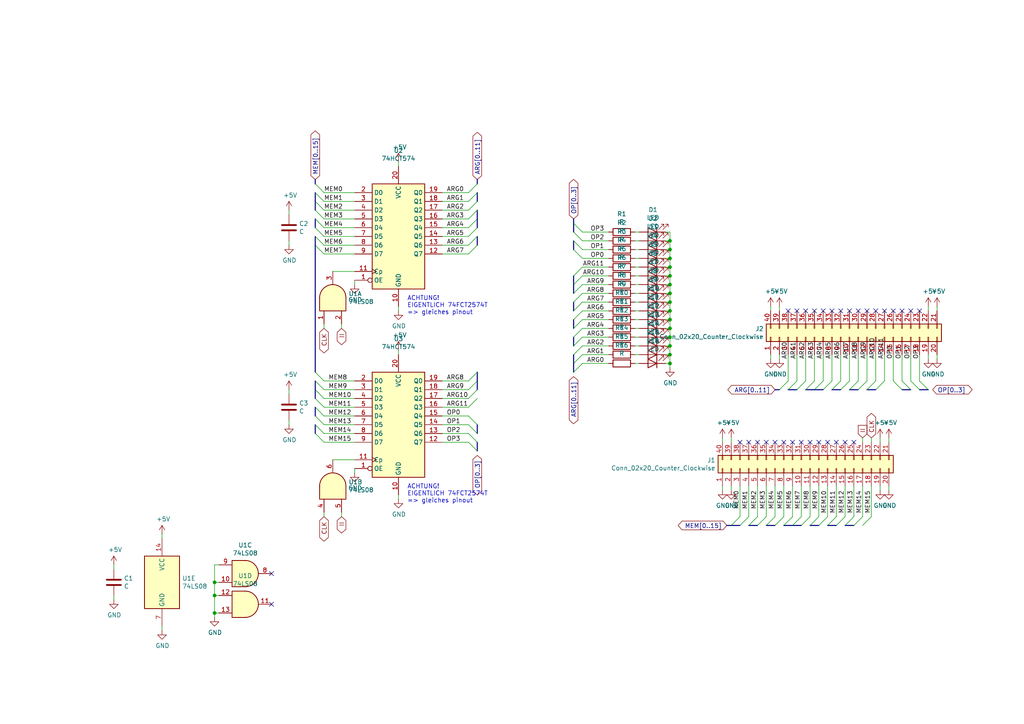
<source format=kicad_sch>
(kicad_sch (version 20200618) (host eeschema "(5.99.0-2101-geb1ff80d5)")
  (page 1 1)
  (paper "A4")
  (title_block (title "Instruction Register Module") (rev "1.0") (company "Wilhelm-Maybach-Schule Heilbronn") (comment 1 "Kevin da Silva Fernandes"))
  (lib_symbols
    (symbol "74xx:74HCT574"
      (property "Reference" "U" (at -7.62 16.51 0))
      (property "Value" "74HCT574" (at -7.62 -16.51 0))
      (symbol "74HCT574_1_0"
        (pin input inverted (at -12.7 -12.7 0) (length 5.08) (name "OE") (number "1"))
        (pin power_in line (at 0 -20.32 90) (length 5.08) (name "GND") (number "10"))
        (pin input clock (at -12.7 -10.16 0) (length 5.08) (name "Cp") (number "11"))
        (pin tri_state line (at 12.7 -5.08 180) (length 5.08) (name "Q7") (number "12"))
        (pin tri_state line (at 12.7 -2.54 180) (length 5.08) (name "Q6") (number "13"))
        (pin tri_state line (at 12.7 0 180) (length 5.08) (name "Q5") (number "14"))
        (pin tri_state line (at 12.7 2.54 180) (length 5.08) (name "Q4") (number "15"))
        (pin tri_state line (at 12.7 5.08 180) (length 5.08) (name "Q3") (number "16"))
        (pin tri_state line (at 12.7 7.62 180) (length 5.08) (name "Q2") (number "17"))
        (pin tri_state line (at 12.7 10.16 180) (length 5.08) (name "Q1") (number "18"))
        (pin tri_state line (at 12.7 12.7 180) (length 5.08) (name "Q0") (number "19"))
        (pin input line (at -12.7 12.7 0) (length 5.08) (name "D0") (number "2"))
        (pin power_in line (at 0 20.32 270) (length 5.08) (name "VCC") (number "20"))
        (pin input line (at -12.7 10.16 0) (length 5.08) (name "D1") (number "3"))
        (pin input line (at -12.7 7.62 0) (length 5.08) (name "D2") (number "4"))
        (pin input line (at -12.7 5.08 0) (length 5.08) (name "D3") (number "5"))
        (pin input line (at -12.7 2.54 0) (length 5.08) (name "D4") (number "6"))
        (pin input line (at -12.7 0 0) (length 5.08) (name "D5") (number "7"))
        (pin input line (at -12.7 -2.54 0) (length 5.08) (name "D6") (number "8"))
        (pin input line (at -12.7 -5.08 0) (length 5.08) (name "D7") (number "9"))
      )
    )
    (symbol "74xx:74LS08"
      (property "Reference" "U" (at 0 1.27 0))
      (property "Value" "74LS08" (at 0 -1.27 0))
      (symbol "74LS08_1_1"
        (pin input line (at -7.62 2.54 0) (length 3.81) (name "~") (number "1"))
        (pin input line (at -7.62 -2.54 0) (length 3.81) (name "~") (number "2"))
        (pin output line (at 7.62 0 180) (length 3.81) (name "~") (number "3"))
      )
      (symbol "74LS08_2_1"
        (pin input line (at -7.62 2.54 0) (length 3.81) (name "~") (number "4"))
        (pin input line (at -7.62 -2.54 0) (length 3.81) (name "~") (number "5"))
        (pin output line (at 7.62 0 180) (length 3.81) (name "~") (number "6"))
      )
      (symbol "74LS08_3_1"
        (pin input line (at -7.62 -2.54 0) (length 3.81) (name "~") (number "10"))
        (pin output line (at 7.62 0 180) (length 3.81) (name "~") (number "8"))
        (pin input line (at -7.62 2.54 0) (length 3.81) (name "~") (number "9"))
      )
      (symbol "74LS08_4_1"
        (pin output line (at 7.62 0 180) (length 3.81) (name "~") (number "11"))
        (pin input line (at -7.62 2.54 0) (length 3.81) (name "~") (number "12"))
        (pin input line (at -7.62 -2.54 0) (length 3.81) (name "~") (number "13"))
      )
      (symbol "74LS08_1_2"
        (pin input inverted (at -7.62 2.54 0) (length 4.318) (name "~") (number "1"))
        (pin input inverted (at -7.62 -2.54 0) (length 4.318) (name "~") (number "2"))
        (pin output inverted (at 7.62 0 180) (length 3.81) (name "~") (number "3"))
      )
      (symbol "74LS08_2_2"
        (pin input inverted (at -7.62 2.54 0) (length 4.318) (name "~") (number "4"))
        (pin input inverted (at -7.62 -2.54 0) (length 4.318) (name "~") (number "5"))
        (pin output inverted (at 7.62 0 180) (length 3.81) (name "~") (number "6"))
      )
      (symbol "74LS08_3_2"
        (pin input inverted (at -7.62 -2.54 0) (length 4.318) (name "~") (number "10"))
        (pin output inverted (at 7.62 0 180) (length 3.81) (name "~") (number "8"))
        (pin input inverted (at -7.62 2.54 0) (length 4.318) (name "~") (number "9"))
      )
      (symbol "74LS08_4_2"
        (pin output inverted (at 7.62 0 180) (length 3.81) (name "~") (number "11"))
        (pin input inverted (at -7.62 2.54 0) (length 4.318) (name "~") (number "12"))
        (pin input inverted (at -7.62 -2.54 0) (length 4.318) (name "~") (number "13"))
      )
      (symbol "74LS08_5_0"
        (pin power_in line (at 0 12.7 270) (length 5.08) (name "VCC") (number "14"))
        (pin power_in line (at 0 -12.7 90) (length 5.08) (name "GND") (number "7"))
      )
    )
    (symbol "Connector_Generic:Conn_02x20_Counter_Clockwise" (pin_names hide)
      (property "Reference" "J" (at 1.27 25.4 0))
      (property "Value" "Conn_02x20_Counter_Clockwise" (at 1.27 -27.94 0))
      (symbol "Conn_02x20_Counter_Clockwise_1_1"
        (pin passive line (at -5.08 22.86 0) (length 3.81) (name "Pin_1") (number "1"))
        (pin passive line (at -5.08 0 0) (length 3.81) (name "Pin_10") (number "10"))
        (pin passive line (at -5.08 -2.54 0) (length 3.81) (name "Pin_11") (number "11"))
        (pin passive line (at -5.08 -5.08 0) (length 3.81) (name "Pin_12") (number "12"))
        (pin passive line (at -5.08 -7.62 0) (length 3.81) (name "Pin_13") (number "13"))
        (pin passive line (at -5.08 -10.16 0) (length 3.81) (name "Pin_14") (number "14"))
        (pin passive line (at -5.08 -12.7 0) (length 3.81) (name "Pin_15") (number "15"))
        (pin passive line (at -5.08 -15.24 0) (length 3.81) (name "Pin_16") (number "16"))
        (pin passive line (at -5.08 -17.78 0) (length 3.81) (name "Pin_17") (number "17"))
        (pin passive line (at -5.08 -20.32 0) (length 3.81) (name "Pin_18") (number "18"))
        (pin passive line (at -5.08 -22.86 0) (length 3.81) (name "Pin_19") (number "19"))
        (pin passive line (at -5.08 20.32 0) (length 3.81) (name "Pin_2") (number "2"))
        (pin passive line (at -5.08 -25.4 0) (length 3.81) (name "Pin_20") (number "20"))
        (pin passive line (at 7.62 -25.4 180) (length 3.81) (name "Pin_21") (number "21"))
        (pin passive line (at 7.62 -22.86 180) (length 3.81) (name "Pin_22") (number "22"))
        (pin passive line (at 7.62 -20.32 180) (length 3.81) (name "Pin_23") (number "23"))
        (pin passive line (at 7.62 -17.78 180) (length 3.81) (name "Pin_24") (number "24"))
        (pin passive line (at 7.62 -15.24 180) (length 3.81) (name "Pin_25") (number "25"))
        (pin passive line (at 7.62 -12.7 180) (length 3.81) (name "Pin_26") (number "26"))
        (pin passive line (at 7.62 -10.16 180) (length 3.81) (name "Pin_27") (number "27"))
        (pin passive line (at 7.62 -7.62 180) (length 3.81) (name "Pin_28") (number "28"))
        (pin passive line (at 7.62 -5.08 180) (length 3.81) (name "Pin_29") (number "29"))
        (pin passive line (at -5.08 17.78 0) (length 3.81) (name "Pin_3") (number "3"))
        (pin passive line (at 7.62 -2.54 180) (length 3.81) (name "Pin_30") (number "30"))
        (pin passive line (at 7.62 0 180) (length 3.81) (name "Pin_31") (number "31"))
        (pin passive line (at 7.62 2.54 180) (length 3.81) (name "Pin_32") (number "32"))
        (pin passive line (at 7.62 5.08 180) (length 3.81) (name "Pin_33") (number "33"))
        (pin passive line (at 7.62 7.62 180) (length 3.81) (name "Pin_34") (number "34"))
        (pin passive line (at 7.62 10.16 180) (length 3.81) (name "Pin_35") (number "35"))
        (pin passive line (at 7.62 12.7 180) (length 3.81) (name "Pin_36") (number "36"))
        (pin passive line (at 7.62 15.24 180) (length 3.81) (name "Pin_37") (number "37"))
        (pin passive line (at 7.62 17.78 180) (length 3.81) (name "Pin_38") (number "38"))
        (pin passive line (at 7.62 20.32 180) (length 3.81) (name "Pin_39") (number "39"))
        (pin passive line (at -5.08 15.24 0) (length 3.81) (name "Pin_4") (number "4"))
        (pin passive line (at 7.62 22.86 180) (length 3.81) (name "Pin_40") (number "40"))
        (pin passive line (at -5.08 12.7 0) (length 3.81) (name "Pin_5") (number "5"))
        (pin passive line (at -5.08 10.16 0) (length 3.81) (name "Pin_6") (number "6"))
        (pin passive line (at -5.08 7.62 0) (length 3.81) (name "Pin_7") (number "7"))
        (pin passive line (at -5.08 5.08 0) (length 3.81) (name "Pin_8") (number "8"))
        (pin passive line (at -5.08 2.54 0) (length 3.81) (name "Pin_9") (number "9"))
      )
    )
    (symbol "Device:C" (pin_numbers hide) (pin_names (offset 0.254))
      (property "Reference" "C" (at 0.635 2.54 0))
      (property "Value" "C" (at 0.635 -2.54 0))
      (symbol "C_1_1"
        (pin passive line (at 0 3.81 270) (length 2.794) (name "~") (number "1"))
        (pin passive line (at 0 -3.81 90) (length 2.794) (name "~") (number "2"))
      )
    )
    (symbol "Device:LED" (pin_numbers hide) (pin_names hide)
      (property "Reference" "D" (at 0 2.54 0))
      (property "Value" "LED" (at 0 -2.54 0))
      (symbol "LED_1_1"
        (pin passive line (at -3.81 0 0) (length 2.54) (name "K") (number "1"))
        (pin passive line (at 3.81 0 180) (length 2.54) (name "A") (number "2"))
      )
    )
    (symbol "Device:R" (pin_numbers hide) (pin_names (offset 0))
      (property "Reference" "R" (at 2.032 0 90))
      (property "Value" "R" (at 0 0 90))
      (symbol "R_1_1"
        (pin passive line (at 0 3.81 270) (length 1.27) (name "~") (number "1"))
        (pin passive line (at 0 -3.81 90) (length 1.27) (name "~") (number "2"))
      )
    )
    (symbol "power:+5V" (power) (pin_names (offset 0))
      (property "Value" "+5V" (at 0 3.556 0))
      (symbol "+5V_1_1"
        (pin power_in line (at 0 0 90) (length 0) hide (name "+5V") (number "1"))
      )
    )
    (symbol "power:GND" (power) (pin_names (offset 0))
      (property "Value" "GND" (at 0 -3.81 0))
      (symbol "GND_1_1"
        (pin power_in line (at 0 0 270) (length 0) hide (name "GND") (number "1"))
      )
    )
  )
  (junction (at 62.23 168.91))
  (junction (at 62.23 172.72))
  (junction (at 62.23 177.8))
  (junction (at 194.31 69.85))
  (junction (at 194.31 72.39))
  (junction (at 194.31 74.93))
  (junction (at 194.31 77.47))
  (junction (at 194.31 80.01))
  (junction (at 194.31 82.55))
  (junction (at 194.31 85.09))
  (junction (at 194.31 87.63))
  (junction (at 194.31 90.17))
  (junction (at 194.31 92.71))
  (junction (at 194.31 95.25))
  (junction (at 194.31 97.79))
  (junction (at 194.31 100.33))
  (junction (at 194.31 102.87))
  (junction (at 194.31 105.41))
  (no_connect (at 229.87 128.27))
  (no_connect (at 254 90.17))
  (no_connect (at 248.92 90.17))
  (no_connect (at 242.57 128.27))
  (no_connect (at 256.54 90.17))
  (no_connect (at 247.65 128.27))
  (no_connect (at 246.38 90.17))
  (no_connect (at 236.22 90.17))
  (no_connect (at 245.11 128.27))
  (no_connect (at 78.74 166.37))
  (no_connect (at 237.49 128.27))
  (no_connect (at 243.84 90.17))
  (no_connect (at 217.17 128.27))
  (no_connect (at 251.46 90.17))
  (no_connect (at 78.74 175.26))
  (no_connect (at 233.68 90.17))
  (no_connect (at 240.03 128.27))
  (no_connect (at 224.79 128.27))
  (no_connect (at 214.63 128.27))
  (no_connect (at 259.08 90.17))
  (no_connect (at 222.25 128.27))
  (no_connect (at 234.95 128.27))
  (no_connect (at 231.14 90.17))
  (no_connect (at 232.41 128.27))
  (no_connect (at 261.62 90.17))
  (no_connect (at 228.6 90.17))
  (no_connect (at 266.7 90.17))
  (no_connect (at 264.16 90.17))
  (no_connect (at 238.76 90.17))
  (no_connect (at 227.33 128.27))
  (no_connect (at 241.3 90.17))
  (no_connect (at 219.71 128.27))
  (bus_entry (at 91.44 53.34) (size 2.54 2.54) (stroke (width 0.1524)))
  (bus_entry (at 91.44 55.88) (size 2.54 2.54) (stroke (width 0.1524)))
  (bus_entry (at 91.44 58.42) (size 2.54 2.54) (stroke (width 0.1524)))
  (bus_entry (at 91.44 60.96) (size 2.54 2.54) (stroke (width 0.1524)))
  (bus_entry (at 91.44 63.5) (size 2.54 2.54) (stroke (width 0.1524)))
  (bus_entry (at 91.44 66.04) (size 2.54 2.54) (stroke (width 0.1524)))
  (bus_entry (at 91.44 68.58) (size 2.54 2.54) (stroke (width 0.1524)))
  (bus_entry (at 91.44 71.12) (size 2.54 2.54) (stroke (width 0.1524)))
  (bus_entry (at 91.44 107.95) (size 2.54 2.54) (stroke (width 0.1524)))
  (bus_entry (at 91.44 110.49) (size 2.54 2.54) (stroke (width 0.1524)))
  (bus_entry (at 91.44 113.03) (size 2.54 2.54) (stroke (width 0.1524)))
  (bus_entry (at 91.44 115.57) (size 2.54 2.54) (stroke (width 0.1524)))
  (bus_entry (at 91.44 118.11) (size 2.54 2.54) (stroke (width 0.1524)))
  (bus_entry (at 91.44 120.65) (size 2.54 2.54) (stroke (width 0.1524)))
  (bus_entry (at 91.44 123.19) (size 2.54 2.54) (stroke (width 0.1524)))
  (bus_entry (at 91.44 125.73) (size 2.54 2.54) (stroke (width 0.1524)))
  (bus_entry (at 135.89 120.65) (size 2.54 2.54) (stroke (width 0.1524)))
  (bus_entry (at 135.89 123.19) (size 2.54 2.54) (stroke (width 0.1524)))
  (bus_entry (at 135.89 125.73) (size 2.54 2.54) (stroke (width 0.1524)))
  (bus_entry (at 135.89 128.27) (size 2.54 2.54) (stroke (width 0.1524)))
  (bus_entry (at 138.43 53.34) (size -2.54 2.54) (stroke (width 0.1524)))
  (bus_entry (at 138.43 55.88) (size -2.54 2.54) (stroke (width 0.1524)))
  (bus_entry (at 138.43 58.42) (size -2.54 2.54) (stroke (width 0.1524)))
  (bus_entry (at 138.43 60.96) (size -2.54 2.54) (stroke (width 0.1524)))
  (bus_entry (at 138.43 63.5) (size -2.54 2.54) (stroke (width 0.1524)))
  (bus_entry (at 138.43 66.04) (size -2.54 2.54) (stroke (width 0.1524)))
  (bus_entry (at 138.43 68.58) (size -2.54 2.54) (stroke (width 0.1524)))
  (bus_entry (at 138.43 71.12) (size -2.54 2.54) (stroke (width 0.1524)))
  (bus_entry (at 138.43 107.95) (size -2.54 2.54) (stroke (width 0.1524)))
  (bus_entry (at 138.43 110.49) (size -2.54 2.54) (stroke (width 0.1524)))
  (bus_entry (at 138.43 113.03) (size -2.54 2.54) (stroke (width 0.1524)))
  (bus_entry (at 138.43 115.57) (size -2.54 2.54) (stroke (width 0.1524)))
  (bus_entry (at 166.37 80.01) (size 2.54 -2.54) (stroke (width 0.1524)))
  (bus_entry (at 166.37 82.55) (size 2.54 -2.54) (stroke (width 0.1524)))
  (bus_entry (at 166.37 85.09) (size 2.54 -2.54) (stroke (width 0.1524)))
  (bus_entry (at 166.37 87.63) (size 2.54 -2.54) (stroke (width 0.1524)))
  (bus_entry (at 166.37 90.17) (size 2.54 -2.54) (stroke (width 0.1524)))
  (bus_entry (at 166.37 92.71) (size 2.54 -2.54) (stroke (width 0.1524)))
  (bus_entry (at 166.37 95.25) (size 2.54 -2.54) (stroke (width 0.1524)))
  (bus_entry (at 166.37 97.79) (size 2.54 -2.54) (stroke (width 0.1524)))
  (bus_entry (at 166.37 100.33) (size 2.54 -2.54) (stroke (width 0.1524)))
  (bus_entry (at 166.37 102.87) (size 2.54 -2.54) (stroke (width 0.1524)))
  (bus_entry (at 166.37 105.41) (size 2.54 -2.54) (stroke (width 0.1524)))
  (bus_entry (at 166.37 107.95) (size 2.54 -2.54) (stroke (width 0.1524)))
  (bus_entry (at 168.91 67.31) (size -2.54 -2.54) (stroke (width 0.1524)))
  (bus_entry (at 168.91 69.85) (size -2.54 -2.54) (stroke (width 0.1524)))
  (bus_entry (at 168.91 72.39) (size -2.54 -2.54) (stroke (width 0.1524)))
  (bus_entry (at 168.91 74.93) (size -2.54 -2.54) (stroke (width 0.1524)))
  (bus_entry (at 212.09 152.4) (size 2.54 -2.54) (stroke (width 0.1524)))
  (bus_entry (at 214.63 152.4) (size 2.54 -2.54) (stroke (width 0.1524)))
  (bus_entry (at 217.17 152.4) (size 2.54 -2.54) (stroke (width 0.1524)))
  (bus_entry (at 219.71 152.4) (size 2.54 -2.54) (stroke (width 0.1524)))
  (bus_entry (at 222.25 152.4) (size 2.54 -2.54) (stroke (width 0.1524)))
  (bus_entry (at 224.79 152.4) (size 2.54 -2.54) (stroke (width 0.1524)))
  (bus_entry (at 226.06 113.03) (size 2.54 -2.54) (stroke (width 0.1524)))
  (bus_entry (at 227.33 152.4) (size 2.54 -2.54) (stroke (width 0.1524)))
  (bus_entry (at 228.6 113.03) (size 2.54 -2.54) (stroke (width 0.1524)))
  (bus_entry (at 229.87 152.4) (size 2.54 -2.54) (stroke (width 0.1524)))
  (bus_entry (at 231.14 113.03) (size 2.54 -2.54) (stroke (width 0.1524)))
  (bus_entry (at 232.41 152.4) (size 2.54 -2.54) (stroke (width 0.1524)))
  (bus_entry (at 233.68 113.03) (size 2.54 -2.54) (stroke (width 0.1524)))
  (bus_entry (at 234.95 152.4) (size 2.54 -2.54) (stroke (width 0.1524)))
  (bus_entry (at 236.22 113.03) (size 2.54 -2.54) (stroke (width 0.1524)))
  (bus_entry (at 237.49 152.4) (size 2.54 -2.54) (stroke (width 0.1524)))
  (bus_entry (at 238.76 113.03) (size 2.54 -2.54) (stroke (width 0.1524)))
  (bus_entry (at 240.03 152.4) (size 2.54 -2.54) (stroke (width 0.1524)))
  (bus_entry (at 241.3 113.03) (size 2.54 -2.54) (stroke (width 0.1524)))
  (bus_entry (at 242.57 152.4) (size 2.54 -2.54) (stroke (width 0.1524)))
  (bus_entry (at 243.84 113.03) (size 2.54 -2.54) (stroke (width 0.1524)))
  (bus_entry (at 245.11 152.4) (size 2.54 -2.54) (stroke (width 0.1524)))
  (bus_entry (at 246.38 113.03) (size 2.54 -2.54) (stroke (width 0.1524)))
  (bus_entry (at 247.65 152.4) (size 2.54 -2.54) (stroke (width 0.1524)))
  (bus_entry (at 248.92 113.03) (size 2.54 -2.54) (stroke (width 0.1524)))
  (bus_entry (at 250.19 152.4) (size 2.54 -2.54) (stroke (width 0.1524)))
  (bus_entry (at 251.46 113.03) (size 2.54 -2.54) (stroke (width 0.1524)))
  (bus_entry (at 254 113.03) (size 2.54 -2.54) (stroke (width 0.1524)))
  (bus_entry (at 259.08 110.49) (size 2.54 2.54) (stroke (width 0.1524)))
  (bus_entry (at 261.62 110.49) (size 2.54 2.54) (stroke (width 0.1524)))
  (bus_entry (at 264.16 110.49) (size 2.54 2.54) (stroke (width 0.1524)))
  (bus_entry (at 266.7 110.49) (size 2.54 2.54) (stroke (width 0.1524)))
  (wire (pts (xy 33.02 163.83) (xy 33.02 165.1)))
  (wire (pts (xy 33.02 172.72) (xy 33.02 173.99)))
  (wire (pts (xy 46.99 154.94) (xy 46.99 156.21)))
  (wire (pts (xy 46.99 182.88) (xy 46.99 181.61)))
  (wire (pts (xy 62.23 163.83) (xy 62.23 168.91)))
  (wire (pts (xy 62.23 168.91) (xy 62.23 172.72)))
  (wire (pts (xy 62.23 172.72) (xy 62.23 177.8)))
  (wire (pts (xy 62.23 177.8) (xy 63.5 177.8)))
  (wire (pts (xy 62.23 179.07) (xy 62.23 177.8)))
  (wire (pts (xy 63.5 163.83) (xy 62.23 163.83)))
  (wire (pts (xy 63.5 168.91) (xy 62.23 168.91)))
  (wire (pts (xy 63.5 172.72) (xy 62.23 172.72)))
  (wire (pts (xy 83.82 60.96) (xy 83.82 62.23)))
  (wire (pts (xy 83.82 71.12) (xy 83.82 69.85)))
  (wire (pts (xy 83.82 113.03) (xy 83.82 114.3)))
  (wire (pts (xy 83.82 123.19) (xy 83.82 121.92)))
  (wire (pts (xy 93.98 95.25) (xy 93.98 93.98)))
  (wire (pts (xy 93.98 149.86) (xy 93.98 148.59)))
  (wire (pts (xy 96.52 78.74) (xy 102.87 78.74)))
  (wire (pts (xy 96.52 133.35) (xy 102.87 133.35)))
  (wire (pts (xy 99.06 95.25) (xy 99.06 93.98)))
  (wire (pts (xy 99.06 149.86) (xy 99.06 148.59)))
  (wire (pts (xy 102.87 55.88) (xy 93.98 55.88)))
  (wire (pts (xy 102.87 58.42) (xy 93.98 58.42)))
  (wire (pts (xy 102.87 60.96) (xy 93.98 60.96)))
  (wire (pts (xy 102.87 63.5) (xy 93.98 63.5)))
  (wire (pts (xy 102.87 66.04) (xy 93.98 66.04)))
  (wire (pts (xy 102.87 68.58) (xy 93.98 68.58)))
  (wire (pts (xy 102.87 71.12) (xy 93.98 71.12)))
  (wire (pts (xy 102.87 73.66) (xy 93.98 73.66)))
  (wire (pts (xy 102.87 82.55) (xy 102.87 81.28)))
  (wire (pts (xy 102.87 110.49) (xy 93.98 110.49)))
  (wire (pts (xy 102.87 113.03) (xy 93.98 113.03)))
  (wire (pts (xy 102.87 115.57) (xy 93.98 115.57)))
  (wire (pts (xy 102.87 118.11) (xy 93.98 118.11)))
  (wire (pts (xy 102.87 120.65) (xy 93.98 120.65)))
  (wire (pts (xy 102.87 123.19) (xy 93.98 123.19)))
  (wire (pts (xy 102.87 125.73) (xy 93.98 125.73)))
  (wire (pts (xy 102.87 128.27) (xy 93.98 128.27)))
  (wire (pts (xy 102.87 137.16) (xy 102.87 135.89)))
  (wire (pts (xy 115.57 46.99) (xy 115.57 48.26)))
  (wire (pts (xy 115.57 88.9) (xy 115.57 90.17)))
  (wire (pts (xy 115.57 101.6) (xy 115.57 102.87)))
  (wire (pts (xy 115.57 143.51) (xy 115.57 144.78)))
  (wire (pts (xy 128.27 55.88) (xy 135.89 55.88)))
  (wire (pts (xy 128.27 58.42) (xy 135.89 58.42)))
  (wire (pts (xy 128.27 60.96) (xy 135.89 60.96)))
  (wire (pts (xy 128.27 63.5) (xy 135.89 63.5)))
  (wire (pts (xy 128.27 66.04) (xy 135.89 66.04)))
  (wire (pts (xy 128.27 68.58) (xy 135.89 68.58)))
  (wire (pts (xy 128.27 71.12) (xy 135.89 71.12)))
  (wire (pts (xy 128.27 73.66) (xy 135.89 73.66)))
  (wire (pts (xy 128.27 110.49) (xy 135.89 110.49)))
  (wire (pts (xy 128.27 113.03) (xy 135.89 113.03)))
  (wire (pts (xy 128.27 115.57) (xy 135.89 115.57)))
  (wire (pts (xy 128.27 118.11) (xy 135.89 118.11)))
  (wire (pts (xy 128.27 120.65) (xy 135.89 120.65)))
  (wire (pts (xy 128.27 125.73) (xy 135.89 125.73)))
  (wire (pts (xy 135.89 123.19) (xy 128.27 123.19)))
  (wire (pts (xy 135.89 128.27) (xy 128.27 128.27)))
  (wire (pts (xy 168.91 67.31) (xy 176.53 67.31)))
  (wire (pts (xy 168.91 72.39) (xy 176.53 72.39)))
  (wire (pts (xy 176.53 69.85) (xy 168.91 69.85)))
  (wire (pts (xy 176.53 74.93) (xy 168.91 74.93)))
  (wire (pts (xy 176.53 77.47) (xy 168.91 77.47)))
  (wire (pts (xy 176.53 80.01) (xy 168.91 80.01)))
  (wire (pts (xy 176.53 82.55) (xy 168.91 82.55)))
  (wire (pts (xy 176.53 85.09) (xy 168.91 85.09)))
  (wire (pts (xy 176.53 87.63) (xy 168.91 87.63)))
  (wire (pts (xy 176.53 90.17) (xy 168.91 90.17)))
  (wire (pts (xy 176.53 92.71) (xy 168.91 92.71)))
  (wire (pts (xy 176.53 95.25) (xy 168.91 95.25)))
  (wire (pts (xy 176.53 97.79) (xy 168.91 97.79)))
  (wire (pts (xy 176.53 100.33) (xy 168.91 100.33)))
  (wire (pts (xy 176.53 102.87) (xy 168.91 102.87)))
  (wire (pts (xy 176.53 105.41) (xy 168.91 105.41)))
  (wire (pts (xy 185.42 67.31) (xy 184.15 67.31)))
  (wire (pts (xy 185.42 69.85) (xy 184.15 69.85)))
  (wire (pts (xy 185.42 72.39) (xy 184.15 72.39)))
  (wire (pts (xy 185.42 74.93) (xy 184.15 74.93)))
  (wire (pts (xy 185.42 77.47) (xy 184.15 77.47)))
  (wire (pts (xy 185.42 80.01) (xy 184.15 80.01)))
  (wire (pts (xy 185.42 82.55) (xy 184.15 82.55)))
  (wire (pts (xy 185.42 85.09) (xy 184.15 85.09)))
  (wire (pts (xy 185.42 87.63) (xy 184.15 87.63)))
  (wire (pts (xy 185.42 90.17) (xy 184.15 90.17)))
  (wire (pts (xy 185.42 92.71) (xy 184.15 92.71)))
  (wire (pts (xy 185.42 95.25) (xy 184.15 95.25)))
  (wire (pts (xy 185.42 97.79) (xy 184.15 97.79)))
  (wire (pts (xy 185.42 100.33) (xy 184.15 100.33)))
  (wire (pts (xy 185.42 102.87) (xy 184.15 102.87)))
  (wire (pts (xy 185.42 105.41) (xy 184.15 105.41)))
  (wire (pts (xy 193.04 67.31) (xy 194.31 67.31)))
  (wire (pts (xy 193.04 69.85) (xy 194.31 69.85)))
  (wire (pts (xy 193.04 72.39) (xy 194.31 72.39)))
  (wire (pts (xy 193.04 74.93) (xy 194.31 74.93)))
  (wire (pts (xy 193.04 77.47) (xy 194.31 77.47)))
  (wire (pts (xy 193.04 80.01) (xy 194.31 80.01)))
  (wire (pts (xy 193.04 82.55) (xy 194.31 82.55)))
  (wire (pts (xy 193.04 85.09) (xy 194.31 85.09)))
  (wire (pts (xy 193.04 87.63) (xy 194.31 87.63)))
  (wire (pts (xy 193.04 90.17) (xy 194.31 90.17)))
  (wire (pts (xy 193.04 92.71) (xy 194.31 92.71)))
  (wire (pts (xy 193.04 95.25) (xy 194.31 95.25)))
  (wire (pts (xy 193.04 97.79) (xy 194.31 97.79)))
  (wire (pts (xy 193.04 100.33) (xy 194.31 100.33)))
  (wire (pts (xy 193.04 102.87) (xy 194.31 102.87)))
  (wire (pts (xy 193.04 105.41) (xy 194.31 105.41)))
  (wire (pts (xy 194.31 67.31) (xy 194.31 69.85)))
  (wire (pts (xy 194.31 69.85) (xy 194.31 72.39)))
  (wire (pts (xy 194.31 72.39) (xy 194.31 74.93)))
  (wire (pts (xy 194.31 74.93) (xy 194.31 77.47)))
  (wire (pts (xy 194.31 77.47) (xy 194.31 80.01)))
  (wire (pts (xy 194.31 80.01) (xy 194.31 82.55)))
  (wire (pts (xy 194.31 82.55) (xy 194.31 85.09)))
  (wire (pts (xy 194.31 85.09) (xy 194.31 87.63)))
  (wire (pts (xy 194.31 87.63) (xy 194.31 90.17)))
  (wire (pts (xy 194.31 90.17) (xy 194.31 92.71)))
  (wire (pts (xy 194.31 92.71) (xy 194.31 95.25)))
  (wire (pts (xy 194.31 95.25) (xy 194.31 97.79)))
  (wire (pts (xy 194.31 97.79) (xy 194.31 100.33)))
  (wire (pts (xy 194.31 100.33) (xy 194.31 102.87)))
  (wire (pts (xy 194.31 102.87) (xy 194.31 105.41)))
  (wire (pts (xy 194.31 105.41) (xy 194.31 106.68)))
  (wire (pts (xy 209.55 127) (xy 209.55 128.27)))
  (wire (pts (xy 209.55 140.97) (xy 209.55 142.24)))
  (wire (pts (xy 212.09 127) (xy 212.09 128.27)))
  (wire (pts (xy 212.09 140.97) (xy 212.09 142.24)))
  (wire (pts (xy 214.63 140.97) (xy 214.63 149.86)))
  (wire (pts (xy 217.17 140.97) (xy 217.17 149.86)))
  (wire (pts (xy 219.71 140.97) (xy 219.71 149.86)))
  (wire (pts (xy 222.25 140.97) (xy 222.25 149.86)))
  (wire (pts (xy 223.52 88.9) (xy 223.52 90.17)))
  (wire (pts (xy 223.52 102.87) (xy 223.52 104.14)))
  (wire (pts (xy 224.79 140.97) (xy 224.79 149.86)))
  (wire (pts (xy 226.06 88.9) (xy 226.06 90.17)))
  (wire (pts (xy 226.06 102.87) (xy 226.06 104.14)))
  (wire (pts (xy 227.33 140.97) (xy 227.33 149.86)))
  (wire (pts (xy 228.6 102.87) (xy 228.6 110.49)))
  (wire (pts (xy 229.87 140.97) (xy 229.87 149.86)))
  (wire (pts (xy 231.14 102.87) (xy 231.14 110.49)))
  (wire (pts (xy 232.41 140.97) (xy 232.41 149.86)))
  (wire (pts (xy 233.68 102.87) (xy 233.68 110.49)))
  (wire (pts (xy 234.95 140.97) (xy 234.95 149.86)))
  (wire (pts (xy 236.22 102.87) (xy 236.22 110.49)))
  (wire (pts (xy 237.49 140.97) (xy 237.49 149.86)))
  (wire (pts (xy 238.76 102.87) (xy 238.76 110.49)))
  (wire (pts (xy 240.03 140.97) (xy 240.03 149.86)))
  (wire (pts (xy 241.3 102.87) (xy 241.3 110.49)))
  (wire (pts (xy 242.57 140.97) (xy 242.57 149.86)))
  (wire (pts (xy 243.84 102.87) (xy 243.84 110.49)))
  (wire (pts (xy 245.11 140.97) (xy 245.11 149.86)))
  (wire (pts (xy 246.38 102.87) (xy 246.38 110.49)))
  (wire (pts (xy 247.65 140.97) (xy 247.65 149.86)))
  (wire (pts (xy 248.92 102.87) (xy 248.92 110.49)))
  (wire (pts (xy 250.19 127) (xy 250.19 128.27)))
  (wire (pts (xy 250.19 140.97) (xy 250.19 149.86)))
  (wire (pts (xy 251.46 102.87) (xy 251.46 110.49)))
  (wire (pts (xy 252.73 128.27) (xy 252.73 127)))
  (wire (pts (xy 252.73 140.97) (xy 252.73 149.86)))
  (wire (pts (xy 254 102.87) (xy 254 110.49)))
  (wire (pts (xy 255.27 127) (xy 255.27 128.27)))
  (wire (pts (xy 255.27 140.97) (xy 255.27 142.24)))
  (wire (pts (xy 256.54 102.87) (xy 256.54 110.49)))
  (wire (pts (xy 257.81 127) (xy 257.81 128.27)))
  (wire (pts (xy 257.81 140.97) (xy 257.81 142.24)))
  (wire (pts (xy 259.08 102.87) (xy 259.08 110.49)))
  (wire (pts (xy 261.62 110.49) (xy 261.62 102.87)))
  (wire (pts (xy 264.16 102.87) (xy 264.16 110.49)))
  (wire (pts (xy 266.7 110.49) (xy 266.7 102.87)))
  (wire (pts (xy 269.24 88.9) (xy 269.24 90.17)))
  (wire (pts (xy 269.24 102.87) (xy 269.24 104.14)))
  (wire (pts (xy 271.78 88.9) (xy 271.78 90.17)))
  (wire (pts (xy 271.78 102.87) (xy 271.78 104.14)))
  (bus (pts (xy 91.44 52.07) (xy 91.44 55.88)))
  (bus (pts (xy 91.44 55.88) (xy 91.44 58.42)))
  (bus (pts (xy 91.44 58.42) (xy 91.44 63.5)))
  (bus (pts (xy 91.44 63.5) (xy 91.44 68.58)))
  (bus (pts (xy 91.44 68.58) (xy 91.44 71.12)))
  (bus (pts (xy 91.44 71.12) (xy 91.44 110.49)))
  (bus (pts (xy 91.44 110.49) (xy 91.44 113.03)))
  (bus (pts (xy 91.44 113.03) (xy 91.44 118.11)))
  (bus (pts (xy 91.44 118.11) (xy 91.44 123.19)))
  (bus (pts (xy 91.44 123.19) (xy 91.44 125.73)))
  (bus (pts (xy 138.43 52.07) (xy 138.43 55.88)))
  (bus (pts (xy 138.43 55.88) (xy 138.43 60.96)))
  (bus (pts (xy 138.43 60.96) (xy 138.43 63.5)))
  (bus (pts (xy 138.43 63.5) (xy 138.43 68.58)))
  (bus (pts (xy 138.43 68.58) (xy 138.43 107.95)))
  (bus (pts (xy 138.43 107.95) (xy 138.43 110.49)))
  (bus (pts (xy 138.43 110.49) (xy 138.43 115.57)))
  (bus (pts (xy 138.43 123.19) (xy 138.43 128.27)))
  (bus (pts (xy 138.43 128.27) (xy 138.43 132.08)))
  (bus (pts (xy 166.37 63.5) (xy 166.37 64.77)))
  (bus (pts (xy 166.37 64.77) (xy 166.37 69.85)))
  (bus (pts (xy 166.37 69.85) (xy 166.37 72.39)))
  (bus (pts (xy 166.37 80.01) (xy 166.37 82.55)))
  (bus (pts (xy 166.37 82.55) (xy 166.37 87.63)))
  (bus (pts (xy 166.37 87.63) (xy 166.37 92.71)))
  (bus (pts (xy 166.37 92.71) (xy 166.37 97.79)))
  (bus (pts (xy 166.37 97.79) (xy 166.37 102.87)))
  (bus (pts (xy 166.37 102.87) (xy 166.37 105.41)))
  (bus (pts (xy 166.37 105.41) (xy 166.37 109.22)))
  (bus (pts (xy 210.82 152.4) (xy 212.09 152.4)))
  (bus (pts (xy 212.09 152.4) (xy 217.17 152.4)))
  (bus (pts (xy 217.17 152.4) (xy 222.25 152.4)))
  (bus (pts (xy 222.25 152.4) (xy 227.33 152.4)))
  (bus (pts (xy 224.79 113.03) (xy 228.6 113.03)))
  (bus (pts (xy 227.33 152.4) (xy 229.87 152.4)))
  (bus (pts (xy 228.6 113.03) (xy 233.68 113.03)))
  (bus (pts (xy 229.87 152.4) (xy 234.95 152.4)))
  (bus (pts (xy 233.68 113.03) (xy 236.22 113.03)))
  (bus (pts (xy 234.95 152.4) (xy 240.03 152.4)))
  (bus (pts (xy 236.22 113.03) (xy 241.3 113.03)))
  (bus (pts (xy 240.03 152.4) (xy 245.11 152.4)))
  (bus (pts (xy 241.3 113.03) (xy 246.38 113.03)))
  (bus (pts (xy 245.11 152.4) (xy 250.19 152.4)))
  (bus (pts (xy 246.38 113.03) (xy 251.46 113.03)))
  (bus (pts (xy 251.46 113.03) (xy 254 113.03)))
  (bus (pts (xy 261.62 113.03) (xy 266.7 113.03)))
  (bus (pts (xy 266.7 113.03) (xy 270.51 113.03)))
  (text "ACHTUNG!\nEIGENTLICH 74FCT2574T\n=> gleiches pinout" (at 118.11 91.44 0) (effects (font (size 1.27 1.27)) (justify left bottom)))
  (text "ACHTUNG!\nEIGENTLICH 74FCT2574T\n=> gleiches pinout" (at 118.11 146.05 0) (effects (font (size 1.27 1.27)) (justify left bottom)))
  (label "MEM0" (at 93.98 55.88 0))
  (label "MEM1" (at 93.98 58.42 0))
  (label "MEM2" (at 93.98 60.96 0))
  (label "MEM3" (at 93.98 63.5 0))
  (label "MEM4" (at 93.98 66.04 0))
  (label "MEM5" (at 93.98 68.58 0))
  (label "MEM6" (at 93.98 71.12 0))
  (label "MEM7" (at 93.98 73.66 0))
  (label "MEM8" (at 95.25 110.49 0))
  (label "MEM9" (at 95.25 113.03 0))
  (label "MEM10" (at 95.25 115.57 0))
  (label "MEM11" (at 95.25 118.11 0))
  (label "MEM12" (at 95.25 120.65 0))
  (label "MEM13" (at 95.25 123.19 0))
  (label "MEM14" (at 95.25 125.73 0))
  (label "MEM15" (at 95.25 128.27 0))
  (label "ARG0" (at 129.54 55.88 0))
  (label "ARG1" (at 129.54 58.42 0))
  (label "ARG2" (at 129.54 60.96 0))
  (label "ARG3" (at 129.54 63.5 0))
  (label "ARG4" (at 129.54 66.04 0))
  (label "ARG5" (at 129.54 68.58 0))
  (label "ARG6" (at 129.54 71.12 0))
  (label "ARG7" (at 129.54 73.66 0))
  (label "ARG8" (at 129.54 110.49 0))
  (label "ARG9" (at 129.54 113.03 0))
  (label "ARG10" (at 129.54 115.57 0))
  (label "ARG11" (at 129.54 118.11 0))
  (label "OP0" (at 129.54 120.65 0))
  (label "OP1" (at 129.54 123.19 0))
  (label "OP2" (at 129.54 125.73 0))
  (label "OP3" (at 129.54 128.27 0))
  (label "OP3" (at 175.26 67.31 180))
  (label "OP2" (at 175.26 69.85 180))
  (label "OP1" (at 175.26 72.39 180))
  (label "OP0" (at 175.26 74.93 180))
  (label "ARG11" (at 175.26 77.47 180))
  (label "ARG10" (at 175.26 80.01 180))
  (label "ARG9" (at 175.26 82.55 180))
  (label "ARG8" (at 175.26 85.09 180))
  (label "ARG7" (at 175.26 87.63 180))
  (label "ARG6" (at 175.26 90.17 180))
  (label "ARG5" (at 175.26 92.71 180))
  (label "ARG4" (at 175.26 95.25 180))
  (label "ARG3" (at 175.26 97.79 180))
  (label "ARG2" (at 175.26 100.33 180))
  (label "ARG1" (at 175.26 102.87 180))
  (label "ARG0" (at 175.26 105.41 180))
  (label "MEM0" (at 214.63 142.24 270))
  (label "MEM1" (at 217.17 142.24 270))
  (label "MEM2" (at 219.71 142.24 270))
  (label "MEM3" (at 222.25 142.24 270))
  (label "MEM4" (at 224.79 142.24 270))
  (label "MEM5" (at 227.33 142.24 270))
  (label "ARG0" (at 228.6 104.14 90))
  (label "MEM6" (at 229.87 142.24 270))
  (label "ARG1" (at 231.14 104.14 90))
  (label "MEM7" (at 232.41 142.24 270))
  (label "ARG2" (at 233.68 104.14 90))
  (label "MEM8" (at 234.95 142.24 270))
  (label "ARG3" (at 236.22 104.14 90))
  (label "MEM9" (at 237.49 142.24 270))
  (label "ARG4" (at 238.76 104.14 90))
  (label "MEM10" (at 240.03 142.24 270))
  (label "ARG5" (at 241.3 104.14 90))
  (label "MEM11" (at 242.57 142.24 270))
  (label "ARG6" (at 243.84 104.14 90))
  (label "MEM12" (at 245.11 142.24 270))
  (label "ARG7" (at 246.38 104.14 90))
  (label "MEM13" (at 247.65 142.24 270))
  (label "ARG8" (at 248.92 104.14 90))
  (label "MEM14" (at 250.19 142.24 270))
  (label "ARG9" (at 251.46 104.14 90))
  (label "MEM15" (at 252.73 142.24 270))
  (label "ARG10" (at 254 104.14 90))
  (label "ARG11" (at 256.54 104.14 90))
  (label "OP0" (at 259.08 104.14 90))
  (label "OP1" (at 261.62 104.14 90))
  (label "OP2" (at 264.16 104.14 90))
  (label "OP3" (at 266.7 104.14 90))
  (global_label "MEM[0..15]" (shape bidirectional) (at 91.44 52.07 90))
  (global_label "CLK" (shape bidirectional) (at 93.98 95.25 270))
  (global_label "CLK" (shape bidirectional) (at 93.98 149.86 270))
  (global_label "II" (shape bidirectional) (at 99.06 95.25 270))
  (global_label "II" (shape bidirectional) (at 99.06 149.86 270))
  (global_label "ARG[0..11]" (shape bidirectional) (at 138.43 52.07 90))
  (global_label "OP[0..3]" (shape bidirectional) (at 138.43 132.08 270))
  (global_label "OP[0..3]" (shape bidirectional) (at 166.37 63.5 90))
  (global_label "ARG[0..11]" (shape bidirectional) (at 166.37 109.22 270))
  (global_label "MEM[0..15]" (shape bidirectional) (at 210.82 152.4 180))
  (global_label "ARG[0..11]" (shape bidirectional) (at 224.79 113.03 180))
  (global_label "II" (shape input) (at 250.19 127 90))
  (global_label "CLK" (shape bidirectional) (at 252.73 127 90))
  (global_label "OP[0..3]" (shape bidirectional) (at 270.51 113.03 0))
  (symbol (lib_id "power:+5V") (at 33.02 163.83 0) (unit 1)
    (property "Reference" "#PWR01" (effects hide))
    (property "Value" "+5V" (at 33.401 159.4358 0))
  )
  (symbol (lib_id "power:+5V") (at 46.99 154.94 0) (unit 1)
    (property "Reference" "#PWR03" (effects hide))
    (property "Value" "+5V" (at 47.371 150.5458 0))
  )
  (symbol (lib_id "power:+5V") (at 83.82 60.96 0) (unit 1)
    (property "Reference" "#PWR0102" (effects hide))
    (property "Value" "+5V" (at 84.1883 56.6356 0))
  )
  (symbol (lib_id "power:+5V") (at 83.82 113.03 0) (unit 1)
    (property "Reference" "#PWR08" (effects hide))
    (property "Value" "+5V" (at 84.201 108.6358 0))
  )
  (symbol (lib_id "power:+5V") (at 115.57 46.99 0) (unit 1)
    (property "Reference" "#PWR0101" (effects hide))
    (property "Value" "+5V" (at 115.9383 42.6656 0))
  )
  (symbol (lib_id "power:+5V") (at 115.57 101.6 0) (unit 1)
    (property "Reference" "#PWR014" (effects hide))
    (property "Value" "+5V" (at 115.951 97.2058 0))
  )
  (symbol (lib_id "power:+5V") (at 209.55 127 0) (unit 1)
    (property "Reference" "#PWR017" (effects hide))
    (property "Value" "+5V" (at 209.931 122.6058 0))
  )
  (symbol (lib_id "power:+5V") (at 212.09 127 0) (unit 1)
    (property "Reference" "#PWR019" (effects hide))
    (property "Value" "+5V" (at 212.471 122.6058 0))
  )
  (symbol (lib_id "power:+5V") (at 223.52 88.9 0) (unit 1)
    (property "Reference" "#PWR02" (effects hide))
    (property "Value" "+5V" (at 223.901 84.5058 0))
  )
  (symbol (lib_id "power:+5V") (at 226.06 88.9 0) (unit 1)
    (property "Reference" "#PWR012" (effects hide))
    (property "Value" "+5V" (at 226.441 84.5058 0))
  )
  (symbol (lib_id "power:+5V") (at 255.27 127 0) (unit 1)
    (property "Reference" "#PWR023" (effects hide))
    (property "Value" "+5V" (at 255.651 122.6058 0))
  )
  (symbol (lib_id "power:+5V") (at 257.81 127 0) (unit 1)
    (property "Reference" "#PWR021" (effects hide))
    (property "Value" "+5V" (at 258.191 122.6058 0))
  )
  (symbol (lib_id "power:+5V") (at 269.24 88.9 0) (unit 1)
    (property "Reference" "#PWR026" (effects hide))
    (property "Value" "+5V" (at 269.621 84.5058 0))
  )
  (symbol (lib_id "power:+5V") (at 271.78 88.9 0) (unit 1)
    (property "Reference" "#PWR028" (effects hide))
    (property "Value" "+5V" (at 272.161 84.5058 0))
  )
  (symbol (lib_id "power:GND") (at 33.02 173.99 0) (unit 1)
    (property "Reference" "#PWR0103" (effects hide))
    (property "Value" "GND" (at 33.147 178.3842 0))
  )
  (symbol (lib_id "power:GND") (at 46.99 182.88 0) (unit 1)
    (property "Reference" "#PWR04" (effects hide))
    (property "Value" "GND" (at 47.117 187.2742 0))
  )
  (symbol (lib_id "power:GND") (at 62.23 179.07 0) (unit 1)
    (property "Reference" "#PWR05" (effects hide))
    (property "Value" "GND" (at 62.357 183.4642 0))
  )
  (symbol (lib_id "power:GND") (at 83.82 71.12 0) (unit 1)
    (property "Reference" "#PWR07" (effects hide))
    (property "Value" "GND" (at 83.947 75.5142 0))
  )
  (symbol (lib_id "power:GND") (at 83.82 123.19 0) (unit 1)
    (property "Reference" "#PWR09" (effects hide))
    (property "Value" "GND" (at 83.947 127.5842 0))
  )
  (symbol (lib_id "power:GND") (at 102.87 82.55 0) (unit 1)
    (property "Reference" "#PWR010" (effects hide))
    (property "Value" "GND" (at 102.997 86.9442 0))
  )
  (symbol (lib_id "power:GND") (at 102.87 137.16 0) (unit 1)
    (property "Reference" "#PWR011" (effects hide))
    (property "Value" "GND" (at 102.997 141.5542 0))
  )
  (symbol (lib_id "power:GND") (at 115.57 90.17 0) (unit 1)
    (property "Reference" "#PWR013" (effects hide))
    (property "Value" "GND" (at 115.697 94.5642 0))
  )
  (symbol (lib_id "power:GND") (at 115.57 144.78 0) (unit 1)
    (property "Reference" "#PWR015" (effects hide))
    (property "Value" "GND" (at 115.697 149.1742 0))
  )
  (symbol (lib_id "power:GND") (at 194.31 106.68 0) (unit 1)
    (property "Reference" "#PWR016" (effects hide))
    (property "Value" "GND" (at 194.437 111.0742 0))
  )
  (symbol (lib_id "power:GND") (at 209.55 142.24 0) (unit 1)
    (property "Reference" "#PWR018" (effects hide))
    (property "Value" "GND" (at 209.677 146.6342 0))
  )
  (symbol (lib_id "power:GND") (at 212.09 142.24 0) (unit 1)
    (property "Reference" "#PWR020" (effects hide))
    (property "Value" "GND" (at 212.217 146.6342 0))
  )
  (symbol (lib_id "power:GND") (at 223.52 104.14 0) (unit 1)
    (property "Reference" "#PWR06" (effects hide))
    (property "Value" "GND" (at 223.647 108.5342 0))
  )
  (symbol (lib_id "power:GND") (at 226.06 104.14 0) (unit 1)
    (property "Reference" "#PWR025" (effects hide))
    (property "Value" "GND" (at 226.187 108.5342 0))
  )
  (symbol (lib_id "power:GND") (at 255.27 142.24 0) (unit 1)
    (property "Reference" "#PWR022" (effects hide))
    (property "Value" "GND" (at 255.397 146.6342 0))
  )
  (symbol (lib_id "power:GND") (at 257.81 142.24 0) (unit 1)
    (property "Reference" "#PWR024" (effects hide))
    (property "Value" "GND" (at 257.937 146.6342 0))
  )
  (symbol (lib_id "power:GND") (at 269.24 104.14 0) (unit 1)
    (property "Reference" "#PWR027" (effects hide))
    (property "Value" "GND" (at 269.367 108.5342 0))
  )
  (symbol (lib_id "power:GND") (at 271.78 104.14 0) (unit 1)
    (property "Reference" "#PWR029" (effects hide))
    (property "Value" "GND" (at 271.907 108.5342 0))
  )
  (symbol (lib_id "Device:R") (at 180.34 67.31 270) (unit 1)
    (property "Reference" "R1" (at 180.34 62.0522 90))
    (property "Value" "R" (at 180.34 64.3636 90))
    (property "Footprint" "Resistor_SMD:R_0805_2012Metric_Pad1.15x1.40mm_HandSolder" (effects hide))
  )
  (symbol (lib_id "Device:R") (at 180.34 69.85 270) (unit 1)
    (property "Reference" "R2" (at 180.34 64.5922 90))
    (property "Value" "R" (at 180.34 66.9036 90))
    (property "Footprint" "Resistor_SMD:R_0805_2012Metric_Pad1.15x1.40mm_HandSolder" (effects hide))
  )
  (symbol (lib_id "Device:R") (at 180.34 72.39 270) (unit 1)
    (property "Reference" "R3" (at 180.34 67.1322 90))
    (property "Value" "R" (at 180.34 69.4436 90))
    (property "Footprint" "Resistor_SMD:R_0805_2012Metric_Pad1.15x1.40mm_HandSolder" (effects hide))
  )
  (symbol (lib_id "Device:R") (at 180.34 74.93 270) (unit 1)
    (property "Reference" "R4" (at 180.34 69.6722 90))
    (property "Value" "R" (at 180.34 71.9836 90))
    (property "Footprint" "Resistor_SMD:R_0805_2012Metric_Pad1.15x1.40mm_HandSolder" (effects hide))
  )
  (symbol (lib_id "Device:R") (at 180.34 77.47 270) (unit 1)
    (property "Reference" "R5" (at 180.34 72.2122 90))
    (property "Value" "R" (at 180.34 74.5236 90))
    (property "Footprint" "Resistor_SMD:R_0805_2012Metric_Pad1.15x1.40mm_HandSolder" (effects hide))
  )
  (symbol (lib_id "Device:R") (at 180.34 80.01 270) (unit 1)
    (property "Reference" "R6" (at 180.34 74.7522 90))
    (property "Value" "R" (at 180.34 77.0636 90))
    (property "Footprint" "Resistor_SMD:R_0805_2012Metric_Pad1.15x1.40mm_HandSolder" (effects hide))
  )
  (symbol (lib_id "Device:R") (at 180.34 82.55 270) (unit 1)
    (property "Reference" "R7" (at 180.34 77.2922 90))
    (property "Value" "R" (at 180.34 79.6036 90))
    (property "Footprint" "Resistor_SMD:R_0805_2012Metric_Pad1.15x1.40mm_HandSolder" (effects hide))
  )
  (symbol (lib_id "Device:R") (at 180.34 85.09 270) (unit 1)
    (property "Reference" "R8" (at 180.34 79.8322 90))
    (property "Value" "R" (at 180.34 82.1436 90))
    (property "Footprint" "Resistor_SMD:R_0805_2012Metric_Pad1.15x1.40mm_HandSolder" (effects hide))
  )
  (symbol (lib_id "Device:R") (at 180.34 87.63 270) (unit 1)
    (property "Reference" "R9" (at 180.34 82.3722 90))
    (property "Value" "R" (at 180.34 84.6836 90))
    (property "Footprint" "Resistor_SMD:R_0805_2012Metric_Pad1.15x1.40mm_HandSolder" (effects hide))
  )
  (symbol (lib_id "Device:R") (at 180.34 90.17 270) (unit 1)
    (property "Reference" "R10" (at 180.34 84.9122 90))
    (property "Value" "R" (at 180.34 87.2236 90))
    (property "Footprint" "Resistor_SMD:R_0805_2012Metric_Pad1.15x1.40mm_HandSolder" (effects hide))
  )
  (symbol (lib_id "Device:R") (at 180.34 92.71 270) (unit 1)
    (property "Reference" "R11" (at 180.34 87.4522 90))
    (property "Value" "R" (at 180.34 89.7636 90))
    (property "Footprint" "Resistor_SMD:R_0805_2012Metric_Pad1.15x1.40mm_HandSolder" (effects hide))
  )
  (symbol (lib_id "Device:R") (at 180.34 95.25 270) (unit 1)
    (property "Reference" "R12" (at 180.34 89.9922 90))
    (property "Value" "R" (at 180.34 92.3036 90))
    (property "Footprint" "Resistor_SMD:R_0805_2012Metric_Pad1.15x1.40mm_HandSolder" (effects hide))
  )
  (symbol (lib_id "Device:R") (at 180.34 97.79 270) (unit 1)
    (property "Reference" "R13" (at 180.34 92.5322 90))
    (property "Value" "R" (at 180.34 94.8436 90))
    (property "Footprint" "Resistor_SMD:R_0805_2012Metric_Pad1.15x1.40mm_HandSolder" (effects hide))
  )
  (symbol (lib_id "Device:R") (at 180.34 100.33 270) (unit 1)
    (property "Reference" "R14" (at 180.34 95.0722 90))
    (property "Value" "R" (at 180.34 97.3836 90))
    (property "Footprint" "Resistor_SMD:R_0805_2012Metric_Pad1.15x1.40mm_HandSolder" (effects hide))
  )
  (symbol (lib_id "Device:R") (at 180.34 102.87 270) (unit 1)
    (property "Reference" "R15" (at 180.34 97.6122 90))
    (property "Value" "R" (at 180.34 99.9236 90))
    (property "Footprint" "Resistor_SMD:R_0805_2012Metric_Pad1.15x1.40mm_HandSolder" (effects hide))
  )
  (symbol (lib_id "Device:R") (at 180.34 105.41 270) (unit 1)
    (property "Reference" "R16" (at 180.34 100.1522 90))
    (property "Value" "R" (at 180.34 102.4636 90))
    (property "Footprint" "Resistor_SMD:R_0805_2012Metric_Pad1.15x1.40mm_HandSolder" (effects hide))
  )
  (symbol (lib_id "Device:LED") (at 189.23 67.31 180) (unit 1)
    (property "Reference" "D1" (at 189.4078 60.833 0))
    (property "Value" "LED" (at 189.4078 63.1444 0))
    (property "Footprint" "LED_THT:LED_D5.0mm" (effects hide))
  )
  (symbol (lib_id "Device:LED") (at 189.23 69.85 180) (unit 1)
    (property "Reference" "D2" (at 189.4078 63.373 0))
    (property "Value" "LED" (at 189.4078 65.6844 0))
    (property "Footprint" "LED_THT:LED_D5.0mm" (effects hide))
  )
  (symbol (lib_id "Device:LED") (at 189.23 72.39 180) (unit 1)
    (property "Reference" "D3" (at 189.4078 65.913 0))
    (property "Value" "LED" (at 189.4078 68.2244 0))
    (property "Footprint" "LED_THT:LED_D5.0mm" (effects hide))
  )
  (symbol (lib_id "Device:LED") (at 189.23 74.93 180) (unit 1)
    (property "Reference" "D4" (at 189.4078 68.453 0))
    (property "Value" "LED" (at 189.4078 70.7644 0))
    (property "Footprint" "LED_THT:LED_D5.0mm" (effects hide))
  )
  (symbol (lib_id "Device:LED") (at 189.23 77.47 180) (unit 1)
    (property "Reference" "D5" (at 189.4078 70.993 0))
    (property "Value" "LED" (at 189.4078 73.3044 0))
    (property "Footprint" "LED_THT:LED_D5.0mm" (effects hide))
  )
  (symbol (lib_id "Device:LED") (at 189.23 80.01 180) (unit 1)
    (property "Reference" "D6" (at 189.4078 73.533 0))
    (property "Value" "LED" (at 189.4078 75.8444 0))
    (property "Footprint" "LED_THT:LED_D5.0mm" (effects hide))
  )
  (symbol (lib_id "Device:LED") (at 189.23 82.55 180) (unit 1)
    (property "Reference" "D7" (at 189.4078 76.073 0))
    (property "Value" "LED" (at 189.4078 78.3844 0))
    (property "Footprint" "LED_THT:LED_D5.0mm" (effects hide))
  )
  (symbol (lib_id "Device:LED") (at 189.23 85.09 180) (unit 1)
    (property "Reference" "D8" (at 189.4078 78.613 0))
    (property "Value" "LED" (at 189.4078 80.9244 0))
    (property "Footprint" "LED_THT:LED_D5.0mm" (effects hide))
  )
  (symbol (lib_id "Device:LED") (at 189.23 87.63 180) (unit 1)
    (property "Reference" "D9" (at 189.4078 81.153 0))
    (property "Value" "LED" (at 189.4078 83.4644 0))
    (property "Footprint" "LED_THT:LED_D5.0mm" (effects hide))
  )
  (symbol (lib_id "Device:LED") (at 189.23 90.17 180) (unit 1)
    (property "Reference" "D10" (at 189.4078 83.693 0))
    (property "Value" "LED" (at 189.4078 86.0044 0))
    (property "Footprint" "LED_THT:LED_D5.0mm" (effects hide))
  )
  (symbol (lib_id "Device:LED") (at 189.23 92.71 180) (unit 1)
    (property "Reference" "D11" (at 189.4078 86.233 0))
    (property "Value" "LED" (at 189.4078 88.5444 0))
    (property "Footprint" "LED_THT:LED_D5.0mm" (effects hide))
  )
  (symbol (lib_id "Device:LED") (at 189.23 95.25 180) (unit 1)
    (property "Reference" "D12" (at 189.4078 88.773 0))
    (property "Value" "LED" (at 189.4078 91.0844 0))
    (property "Footprint" "LED_THT:LED_D5.0mm" (effects hide))
  )
  (symbol (lib_id "Device:LED") (at 189.23 97.79 180) (unit 1)
    (property "Reference" "D13" (at 189.4078 91.313 0))
    (property "Value" "LED" (at 189.4078 93.6244 0))
    (property "Footprint" "LED_THT:LED_D5.0mm" (effects hide))
  )
  (symbol (lib_id "Device:LED") (at 189.23 100.33 180) (unit 1)
    (property "Reference" "D14" (at 189.4078 93.853 0))
    (property "Value" "LED" (at 189.4078 96.1644 0))
    (property "Footprint" "LED_THT:LED_D5.0mm" (effects hide))
  )
  (symbol (lib_id "Device:LED") (at 189.23 102.87 180) (unit 1)
    (property "Reference" "D15" (at 189.4078 96.393 0))
    (property "Value" "LED" (at 189.4078 98.7044 0))
    (property "Footprint" "LED_THT:LED_D5.0mm" (effects hide))
  )
  (symbol (lib_id "Device:LED") (at 189.23 105.41 180) (unit 1)
    (property "Reference" "D16" (at 189.4078 98.933 0))
    (property "Value" "LED" (at 189.4078 101.2444 0))
    (property "Footprint" "LED_THT:LED_D5.0mm" (effects hide))
  )
  (symbol (lib_id "Device:C") (at 33.02 168.91 0) (unit 1)
    (property "Reference" "C1" (at 35.941 167.7416 0) (effects (justify left)))
    (property "Value" "C" (at 35.941 170.053 0) (effects (justify left)))
    (property "Footprint" "Capacitor_SMD:C_0805_2012Metric_Pad1.15x1.40mm_HandSolder" (effects hide))
  )
  (symbol (lib_id "Device:C") (at 83.82 66.04 0) (unit 1)
    (property "Reference" "C2" (at 86.741 64.8716 0) (effects (justify left)))
    (property "Value" "C" (at 86.741 67.183 0) (effects (justify left)))
    (property "Footprint" "Capacitor_SMD:C_0805_2012Metric_Pad1.15x1.40mm_HandSolder" (effects hide))
  )
  (symbol (lib_id "Device:C") (at 83.82 118.11 0) (unit 1)
    (property "Reference" "C3" (at 86.741 116.9416 0) (effects (justify left)))
    (property "Value" "C" (at 86.741 119.253 0) (effects (justify left)))
    (property "Footprint" "Capacitor_SMD:C_0805_2012Metric_Pad1.15x1.40mm_HandSolder" (effects hide))
  )
  (symbol (lib_id "74xx:74LS08") (at 71.12 166.37 0) (unit 3)
    (property "Reference" "U1" (at 71.12 158.115 0))
    (property "Value" "74LS08" (at 71.12 160.4264 0))
    (property "Footprint" "Package_SO:SOIC-14_3.9x8.7mm_P1.27mm" (effects hide))
    (property "Datasheet" "http://www.ti.com/lit/gpn/sn74LS08" (effects hide))
  )
  (symbol (lib_id "74xx:74LS08") (at 71.12 175.26 0) (unit 4)
    (property "Reference" "U1" (at 71.12 167.005 0))
    (property "Value" "74LS08" (at 71.12 169.3164 0))
    (property "Footprint" "Package_SO:SOIC-14_3.9x8.7mm_P1.27mm" (effects hide))
    (property "Datasheet" "http://www.ti.com/lit/gpn/sn74LS08" (effects hide))
  )
  (symbol (lib_id "74xx:74LS08") (at 96.52 86.36 90) (unit 1)
    (property "Reference" "U1" (at 101.092 85.1916 90) (effects (justify right)))
    (property "Value" "74LS08" (at 101.092 87.503 90) (effects (justify right)))
    (property "Footprint" "Package_SO:SOIC-14_3.9x8.7mm_P1.27mm" (effects hide))
    (property "Datasheet" "http://www.ti.com/lit/gpn/sn74LS08" (effects hide))
  )
  (symbol (lib_id "74xx:74LS08") (at 96.52 140.97 90) (unit 2)
    (property "Reference" "U1" (at 101.092 139.8016 90) (effects (justify right)))
    (property "Value" "74LS08" (at 101.092 142.113 90) (effects (justify right)))
    (property "Footprint" "Package_SO:SOIC-14_3.9x8.7mm_P1.27mm" (effects hide))
    (property "Datasheet" "http://www.ti.com/lit/gpn/sn74LS08" (effects hide))
  )
  (symbol (lib_id "74xx:74LS08") (at 46.99 168.91 0) (mirror y) (unit 5)
    (property "Reference" "U1" (at 52.832 167.7416 0) (effects (justify right)))
    (property "Value" "74LS08" (at 52.832 170.053 0) (effects (justify right)))
    (property "Footprint" "Package_SO:SOIC-14_3.9x8.7mm_P1.27mm" (effects hide))
    (property "Datasheet" "http://www.ti.com/lit/gpn/sn74LS08" (effects hide))
  )
  (symbol (lib_id "Connector_Generic:Conn_02x20_Counter_Clockwise") (at 232.41 135.89 90) (unit 1)
    (property "Reference" "J1" (at 207.518 133.4706 90) (effects (justify left)))
    (property "Value" "Conn_02x20_Counter_Clockwise" (at 207.518 135.7693 90) (effects (justify left)))
    (property "Footprint" "Connector_PinSocket_2.54mm:PinSocket_2x20_P2.54mm_Horizontal" (effects hide))
  )
  (symbol (lib_id "Connector_Generic:Conn_02x20_Counter_Clockwise") (at 246.38 97.79 90) (unit 1)
    (property "Reference" "J2" (at 221.488 95.3706 90) (effects (justify left)))
    (property "Value" "Conn_02x20_Counter_Clockwise" (at 221.488 97.6693 90) (effects (justify left)))
    (property "Footprint" "Connector_PinSocket_2.54mm:PinSocket_2x20_P2.54mm_Horizontal" (effects hide))
  )
  (symbol (lib_id "74xx:74HCT574") (at 115.57 68.58 0) (unit 1)
    (property "Reference" "U2" (at 115.57 43.6626 0))
    (property "Value" "74HCT574" (at 115.57 45.974 0))
    (property "Footprint" "Package_SO:SOIC-20W_7.5x12.8mm_P1.27mm" (effects hide))
    (property "Datasheet" "http://www.ti.com/lit/gpn/sn74HCT574" (effects hide))
  )
  (symbol (lib_id "74xx:74HCT574") (at 115.57 123.19 0) (unit 1)
    (property "Reference" "U3" (at 115.57 98.2726 0))
    (property "Value" "74HCT574" (at 115.57 100.584 0))
    (property "Footprint" "Package_SO:SOIC-20W_7.5x12.8mm_P1.27mm" (effects hide))
    (property "Datasheet" "http://www.ti.com/lit/gpn/sn74HCT574" (effects hide))
  )
)
</source>
